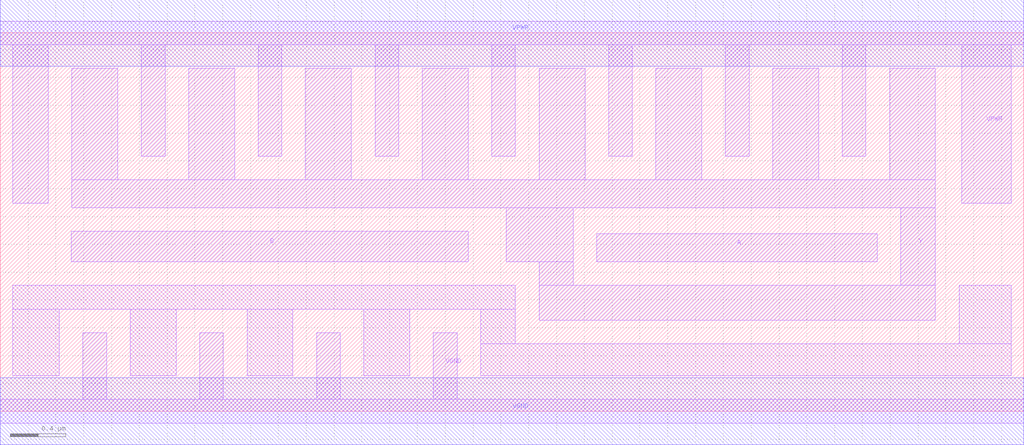
<source format=lef>
# Copyright 2020 The SkyWater PDK Authors
#
# Licensed under the Apache License, Version 2.0 (the "License");
# you may not use this file except in compliance with the License.
# You may obtain a copy of the License at
#
#     https://www.apache.org/licenses/LICENSE-2.0
#
# Unless required by applicable law or agreed to in writing, software
# distributed under the License is distributed on an "AS IS" BASIS,
# WITHOUT WARRANTIES OR CONDITIONS OF ANY KIND, either express or implied.
# See the License for the specific language governing permissions and
# limitations under the License.
#
# SPDX-License-Identifier: Apache-2.0

VERSION 5.5 ;
NAMESCASESENSITIVE ON ;
BUSBITCHARS "[]" ;
DIVIDERCHAR "/" ;
MACRO sky130_fd_sc_hd__nand2_8
  CLASS CORE ;
  SOURCE USER ;
  ORIGIN  0.000000  0.000000 ;
  SIZE  7.360000 BY  2.720000 ;
  SYMMETRY X Y R90 ;
  SITE unithd ;
  PIN A
    ANTENNAGATEAREA  1.980000 ;
    DIRECTION INPUT ;
    USE SIGNAL ;
    PORT
      LAYER li1 ;
        RECT 4.290000 1.075000 6.305000 1.275000 ;
    END
  END A
  PIN B
    ANTENNAGATEAREA  1.980000 ;
    DIRECTION INPUT ;
    USE SIGNAL ;
    PORT
      LAYER li1 ;
        RECT 0.510000 1.075000 3.365000 1.295000 ;
    END
  END B
  PIN Y
    ANTENNADIFFAREA  2.862000 ;
    DIRECTION OUTPUT ;
    USE SIGNAL ;
    PORT
      LAYER li1 ;
        RECT 0.515000 1.465000 6.725000 1.665000 ;
        RECT 0.515000 1.665000 0.845000 2.465000 ;
        RECT 1.355000 1.665000 1.685000 2.465000 ;
        RECT 2.195000 1.665000 2.525000 2.465000 ;
        RECT 3.035000 1.665000 3.365000 2.465000 ;
        RECT 3.640000 1.075000 4.120000 1.465000 ;
        RECT 3.875000 0.655000 6.725000 0.905000 ;
        RECT 3.875000 0.905000 4.120000 1.075000 ;
        RECT 3.875000 1.665000 4.205000 2.465000 ;
        RECT 4.715000 1.665000 5.045000 2.465000 ;
        RECT 5.555000 1.665000 5.885000 2.465000 ;
        RECT 6.395000 1.665000 6.725000 2.465000 ;
        RECT 6.475000 0.905000 6.725000 1.465000 ;
    END
  END Y
  PIN VGND
    DIRECTION INOUT ;
    SHAPE ABUTMENT ;
    USE GROUND ;
    PORT
      LAYER li1 ;
        RECT 0.000000 -0.085000 7.360000 0.085000 ;
        RECT 0.595000  0.085000 0.765000 0.565000 ;
        RECT 1.435000  0.085000 1.605000 0.565000 ;
        RECT 2.275000  0.085000 2.445000 0.565000 ;
        RECT 3.115000  0.085000 3.285000 0.565000 ;
    END
    PORT
      LAYER met1 ;
        RECT 0.000000 -0.240000 7.360000 0.240000 ;
    END
  END VGND
  PIN VPWR
    DIRECTION INOUT ;
    SHAPE ABUTMENT ;
    USE POWER ;
    PORT
      LAYER li1 ;
        RECT 0.000000 2.635000 7.360000 2.805000 ;
        RECT 0.090000 1.495000 0.345000 2.635000 ;
        RECT 1.015000 1.835000 1.185000 2.635000 ;
        RECT 1.855000 1.835000 2.025000 2.635000 ;
        RECT 2.695000 1.835000 2.865000 2.635000 ;
        RECT 3.535000 1.835000 3.705000 2.635000 ;
        RECT 4.375000 1.835000 4.545000 2.635000 ;
        RECT 5.215000 1.835000 5.385000 2.635000 ;
        RECT 6.055000 1.835000 6.225000 2.635000 ;
        RECT 6.915000 1.495000 7.270000 2.635000 ;
    END
    PORT
      LAYER met1 ;
        RECT 0.000000 2.480000 7.360000 2.960000 ;
    END
  END VPWR
  OBS
    LAYER li1 ;
      RECT 0.090000 0.255000 0.425000 0.735000 ;
      RECT 0.090000 0.735000 3.705000 0.905000 ;
      RECT 0.935000 0.255000 1.265000 0.735000 ;
      RECT 1.775000 0.255000 2.105000 0.735000 ;
      RECT 2.615000 0.255000 2.945000 0.735000 ;
      RECT 3.455000 0.255000 7.270000 0.485000 ;
      RECT 3.455000 0.485000 3.705000 0.735000 ;
      RECT 6.895000 0.485000 7.270000 0.905000 ;
  END
END sky130_fd_sc_hd__nand2_8

</source>
